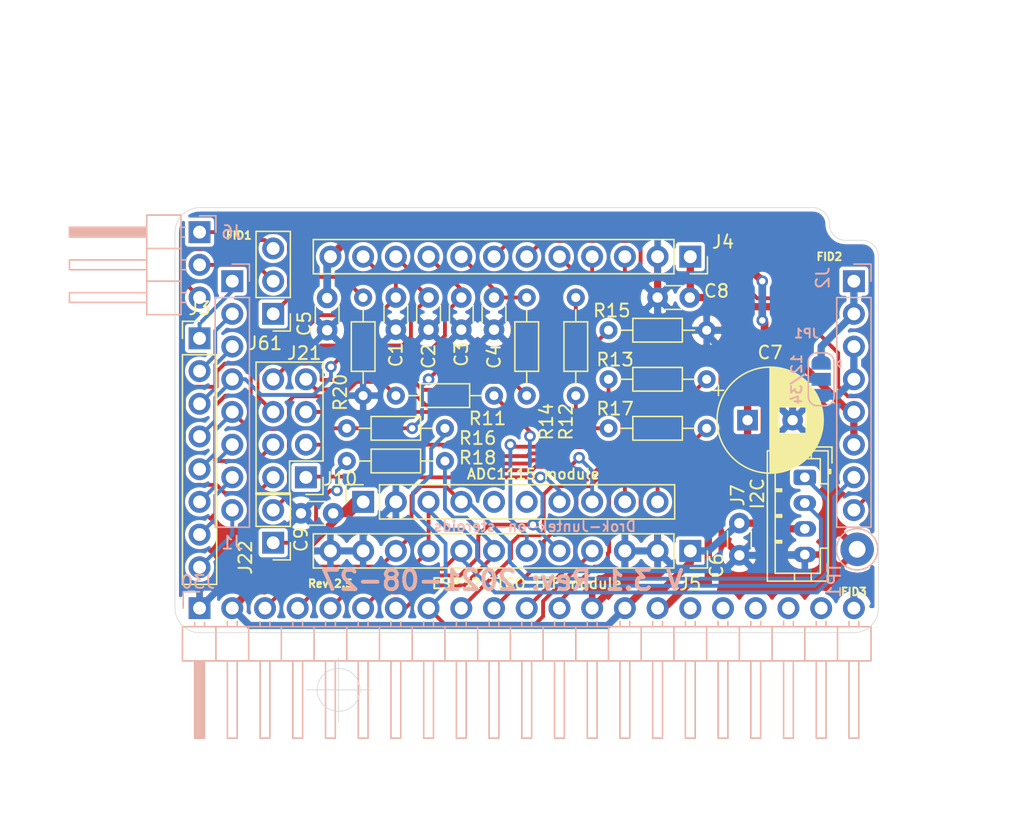
<source format=kicad_pcb>
(kicad_pcb (version 20171130) (host pcbnew "(5.1.10)-1")
  (title_block (title Drok/Juntek-on-steroids) (date 2021-08-24) (rev 2.5))
  (layers (0 F.Cu signal) (31 B.Cu signal) (34 B.Paste user hide) (35 F.Paste user hide) (36 B.SilkS user hide) (37 F.SilkS user hide) (38 B.Mask user hide) (39 F.Mask user hide) (44 Edge.Cuts user hide))
  (net 0 "")
  (net 1 VCC)
  (net 2 /GPIO27)
  (net 3 /SDA)
  (net 4 /SCL)
  (net 5 /GPIO13)
  (net 6 /ADC0)
  (net 7 /ADC1)
  (net 8 /ADC2)
  (net 9 /ADC3)
  (net 10 /GPIO32)
  (net 11 /GPIO25)
  (net 12 /GPIO26)
  (net 13 /GPIO17)
  (net 14 /A3)
  (net 15 /A2)
  (net 16 /A1)
  (net 17 /A0)
  (net 18 /J1.8)
  (net 19 /J1.3)
  (net 20 /J1.2)
  (net 21 /J1.6)
  (net 22 /+3V3)
  (net 23 /GPIO12)
  (net 24 /J1.1)
  (net 25 /J1.5)
  (net 26 /J1.4)
  (net 27 /J6.2)
  (net 28 /J1.7)
  (net 29 /J6.3)
  (net 30 /FanPWM)
  (net 31 "Net-(J21-Pad7)")
  (net 32 /J6.1)
  (net 33 "Net-(J21-Pad5)")
  (net 34 "Net-(J21-Pad8)")
  (net 35 "Net-(J22-Pad2)")
  (net 36 "Net-(J22-Pad1)")
  (net 37 GND)
  (net 38 /GPIO15)
  (net 39 /GPIO33)
  (net 40 /GNDD)
  (net 41 /GNDA)
  (module Capacitor_THT:CP_Radial_D8.0mm_P3.50mm (layer F.Cu) (at 143.51 76.2)
    (fp_text reference C7 (at 1.75 -5.25) (layer F.SilkS))
    (fp_text value 470µ)
    (pad 2 thru_hole circle (at 3.5 0) (size 1.6 1.6) (drill 0.8) (layers *.Cu *.Mask) (net 37 GND))
    (pad 1 thru_hole rect (at 0 0) (size 1.6 1.6) (drill 0.8) (layers *.Cu *.Mask) (net 1 VCC))
  )
  (module Connector_PinHeader_2.54mm:PinHeader_1x08_P2.54mm_Vertical (layer F.Cu) (at 100.965 69.85)
    (fp_text reference J3 (at 0 -2.33) (layer F.SilkS))
    (fp_text value "Patch / Test points")
    (pad 8 thru_hole oval (at 0 17.78) (size 1.7 1.7) (drill 1) (layers *.Cu *.Mask) (net 18 /J1.8))
    (pad 7 thru_hole oval (at 0 15.24) (size 1.7 1.7) (drill 1) (layers *.Cu *.Mask) (net 28 /J1.7))
    (pad 6 thru_hole oval (at 0 12.7) (size 1.7 1.7) (drill 1) (layers *.Cu *.Mask) (net 21 /J1.6))
    (pad 5 thru_hole oval (at 0 10.16) (size 1.7 1.7) (drill 1) (layers *.Cu *.Mask) (net 25 /J1.5))
    (pad 4 thru_hole oval (at 0 7.62) (size 1.7 1.7) (drill 1) (layers *.Cu *.Mask) (net 26 /J1.4))
    (pad 3 thru_hole oval (at 0 5.08) (size 1.7 1.7) (drill 1) (layers *.Cu *.Mask) (net 19 /J1.3))
    (pad 2 thru_hole oval (at 0 2.54) (size 1.7 1.7) (drill 1) (layers *.Cu *.Mask) (net 20 /J1.2))
    (pad 1 thru_hole rect (at 0 0) (size 1.7 1.7) (drill 1) (layers *.Cu *.Mask) (net 24 /J1.1))
  )
  (module Connector_Pin:Pin_D1.3mm_L11.0mm (layer B.Cu) (at 152.019 86.233)
    (fp_text reference TP1 (at -1.778 2.413 90) (layer B.SilkS) (effects (justify mirror)))
    (fp_text value TestPoint_GND)
    (pad 1 thru_hole circle (at 0 0) (size 2.6 2.6) (drill 1.3) (layers *.Cu *.Mask) (net 37 GND))
  )
  (module Capacitor_THT:C_Disc_D3.0mm_W1.6mm_P2.50mm (layer F.Cu) (at 108.839 83.439)
    (fp_text reference C9 (at 0 2.032 90) (layer F.SilkS))
    (fp_text value 0.1µ)
    (pad 2 thru_hole circle (at 2.5 0) (size 1.6 1.6) (drill 0.8) (layers *.Cu *.Mask) (net 22 /+3V3))
    (pad 1 thru_hole circle (at 0 0) (size 1.6 1.6) (drill 0.8) (layers *.Cu *.Mask) (net 37 GND))
  )
  (module Resistor_THT:R_Axial_DIN0204_L3.6mm_D1.6mm_P7.62mm_Horizontal (layer F.Cu) (at 112.395 76.835)
    (fp_text reference R16 (at 10.16 0.762) (layer F.SilkS))
    (fp_text value 1k/zero)
    (pad 2 thru_hole oval (at 7.62 0) (size 1.4 1.4) (drill 0.7) (layers *.Cu *.Mask) (net 23 /GPIO12))
    (pad 1 thru_hole circle (at 0 0) (size 1.4 1.4) (drill 0.7) (layers *.Cu *.Mask) (net 35 "Net-(J22-Pad2)"))
  )
  (module Fiducial:Fiducial_0.5mm_Mask1mm (layer F.Cu) (at 151.765 63.5)
    (fp_text reference FID2 (at -1.905 0) (layer F.SilkS) (effects (font (size 0.6 0.6))))
    (fp_text value Fiducial)
    (pad "" smd circle (at 0 0) (size 0.5 0.5) (layers F.Cu F.Mask) (clearance 0.25))
  )
  (module Connector_PinHeader_2.54mm:PinHeader_1x03_P2.54mm_Vertical (layer F.Cu) (at 106.68 67.945 180)
    (fp_text reference J61 (at 0.635 -2.286) (layer F.SilkS))
    (fp_text value patch)
    (pad 3 thru_hole oval (at 0 5.08 180) (size 1.7 1.7) (drill 1) (layers *.Cu *.Mask) (net 29 /J6.3))
    (pad 2 thru_hole oval (at 0 2.54 180) (size 1.7 1.7) (drill 1) (layers *.Cu *.Mask) (net 27 /J6.2))
    (pad 1 thru_hole rect (at 0 0 180) (size 1.7 1.7) (drill 1) (layers *.Cu *.Mask) (net 32 /J6.1))
  )
  (module Connector_PinHeader_2.54mm:PinHeader_1x02_P2.54mm_Vertical (layer F.Cu) (at 106.68 85.725 180)
    (fp_text reference J22 (at 2.159 -1.143 90) (layer F.SilkS))
    (fp_text value patch)
    (pad 2 thru_hole oval (at 0 2.54 180) (size 1.7 1.7) (drill 1) (layers *.Cu *.Mask) (net 35 "Net-(J22-Pad2)"))
    (pad 1 thru_hole rect (at 0 0 180) (size 1.7 1.7) (drill 1) (layers *.Cu *.Mask) (net 36 "Net-(J22-Pad1)"))
  )
  (module Connector_PinHeader_2.54mm:PinHeader_2x04_P2.54mm_Vertical (layer F.Cu) (at 109.22 80.645 180)
    (fp_text reference J21 (at 0.127 9.652) (layer F.SilkS))
    (fp_text value patch)
    (pad 8 thru_hole oval (at 2.54 7.62 180) (size 1.7 1.7) (drill 1) (layers *.Cu *.Mask) (net 34 "Net-(J21-Pad8)"))
    (pad 7 thru_hole oval (at 0 7.62 180) (size 1.7 1.7) (drill 1) (layers *.Cu *.Mask) (net 31 "Net-(J21-Pad7)"))
    (pad 6 thru_hole oval (at 2.54 5.08 180) (size 1.7 1.7) (drill 1) (layers *.Cu *.Mask) (net 8 /ADC2))
    (pad 5 thru_hole oval (at 0 5.08 180) (size 1.7 1.7) (drill 1) (layers *.Cu *.Mask) (net 33 "Net-(J21-Pad5)"))
    (pad 4 thru_hole oval (at 2.54 2.54 180) (size 1.7 1.7) (drill 1) (layers *.Cu *.Mask) (net 7 /ADC1))
    (pad 3 thru_hole oval (at 0 2.54 180) (size 1.7 1.7) (drill 1) (layers *.Cu *.Mask) (net 16 /A1))
    (pad 2 thru_hole oval (at 2.54 0 180) (size 1.7 1.7) (drill 1) (layers *.Cu *.Mask) (net 6 /ADC0))
    (pad 1 thru_hole rect (at 0 0 180) (size 1.7 1.7) (drill 1) (layers *.Cu *.Mask) (net 17 /A0))
  )
  (module Connector_JST:JST_PH_B4B-PH-K_1x04_P2.00mm_Vertical (layer F.Cu) (at 147.955 80.645 270)
    (fp_text reference J7 (at 1.397 5.207 90) (layer F.SilkS))
    (fp_text value I2C)
    (pad 4 thru_hole oval (at 6 0 270) (size 1.2 1.75) (drill 0.75) (layers *.Cu *.Mask) (net 37 GND))
    (pad 3 thru_hole oval (at 4 0 270) (size 1.2 1.75) (drill 0.75) (layers *.Cu *.Mask) (net 22 /+3V3))
    (pad 2 thru_hole oval (at 2 0 270) (size 1.2 1.75) (drill 0.75) (layers *.Cu *.Mask) (net 3 /SDA))
    (pad 1 thru_hole roundrect (at 0 0 270) (size 1.2 1.75) (drill 0.75) (layers *.Cu *.Mask) (roundrect_rratio 0.2083325) (net 4 /SCL))
  )
  (module Connector_PinSocket_2.54mm:PinSocket_1x10_P2.54mm_Vertical (layer F.Cu) (at 113.665 82.55 90)
    (fp_text reference J10 (at 1.778 -1.778 180) (layer F.SilkS))
    (fp_text value ADS1115)
    (pad 10 thru_hole oval (at 0 22.86 90) (size 1.7 1.7) (drill 1) (layers *.Cu *.Mask) (net 14 /A3))
    (pad 9 thru_hole oval (at 0 20.32 90) (size 1.7 1.7) (drill 1) (layers *.Cu *.Mask) (net 15 /A2))
    (pad 8 thru_hole oval (at 0 17.78 90) (size 1.7 1.7) (drill 1) (layers *.Cu *.Mask) (net 16 /A1))
    (pad 7 thru_hole oval (at 0 15.24 90) (size 1.7 1.7) (drill 1) (layers *.Cu *.Mask) (net 17 /A0))
    (pad 6 thru_hole oval (at 0 12.7 90) (size 1.7 1.7) (drill 1) (layers *.Cu *.Mask))
    (pad 5 thru_hole oval (at 0 10.16 90) (size 1.7 1.7) (drill 1) (layers *.Cu *.Mask))
    (pad 4 thru_hole oval (at 0 7.62 90) (size 1.7 1.7) (drill 1) (layers *.Cu *.Mask) (net 3 /SDA))
    (pad 3 thru_hole oval (at 0 5.08 90) (size 1.7 1.7) (drill 1) (layers *.Cu *.Mask) (net 4 /SCL))
    (pad 2 thru_hole oval (at 0 2.54 90) (size 1.7 1.7) (drill 1) (layers *.Cu *.Mask) (net 37 GND))
    (pad 1 thru_hole rect (at 0 0 90) (size 1.7 1.7) (drill 1) (layers *.Cu *.Mask) (net 22 /+3V3))
  )
  (module Resistor_THT:R_Axial_DIN0204_L3.6mm_D1.6mm_P7.62mm_Horizontal (layer F.Cu) (at 132.715 73.025)
    (fp_text reference R13 (at 0.508 -1.524) (layer F.SilkS))
    (fp_text value 1k/zero)
    (pad 2 thru_hole oval (at 7.62 0) (size 1.4 1.4) (drill 0.7) (layers *.Cu *.Mask) (net 15 /A2))
    (pad 1 thru_hole circle (at 0 0) (size 1.4 1.4) (drill 0.7) (layers *.Cu *.Mask) (net 33 "Net-(J21-Pad5)"))
  )
  (module Jumper:SolderJumper-3_P1.3mm_Open_RoundedPad1.0x1.5mm (layer B.Cu) (at 149.225 73.025 270)
    (fp_text reference JP1 (at -3.556 1.143 180) (layer B.SilkS) (effects (font (size 0.7 0.7)) (justify mirror)))
    (fp_text value GND/D)
    (pad 2 smd rect (at 0 0 270) (size 1 1.5) (layers B.Cu B.Mask) (net 37 GND))
    (pad 3 smd custom (at 1.3 0 270) (size 1 0.5) (layers B.Cu B.Mask) (net 40 /GNDD) (options (clearance outline) (anchor rect)) (primitives (gr_circle (center 0 -0.25) (end 0.5 -0.25) (width 0)) (gr_circle (center 0 0.25) (end 0.5 0.25) (width 0)) (gr_poly (pts (xy -0.55 0.75) (xy 0 0.75) (xy 0 -0.75) (xy -0.55 -0.75)) (width 0))))
    (pad 1 smd custom (at -1.3 0 270) (size 1 0.5) (layers B.Cu B.Mask) (net 41 /GNDA) (options (clearance outline) (anchor rect)) (primitives (gr_circle (center 0 -0.25) (end 0.5 -0.25) (width 0)) (gr_circle (center 0 0.25) (end 0.5 0.25) (width 0)) (gr_poly (pts (xy 0.55 0.75) (xy 0 0.75) (xy 0 -0.75) (xy 0.55 -0.75)) (width 0))))
  )
  (module Capacitor_THT:C_Disc_D3.0mm_W1.6mm_P2.50mm (layer F.Cu) (at 142.875 86.701 90)
    (fp_text reference C6 (at -0.802 -1.778 90) (layer F.SilkS))
    (fp_text value 0.1µ)
    (pad 2 thru_hole circle (at 2.5 0 90) (size 1.6 1.6) (drill 0.8) (layers *.Cu *.Mask) (net 22 /+3V3))
    (pad 1 thru_hole circle (at 0 0 90) (size 1.6 1.6) (drill 0.8) (layers *.Cu *.Mask) (net 37 GND))
  )
  (module Capacitor_THT:C_Disc_D3.0mm_W1.6mm_P2.50mm (layer F.Cu) (at 110.871 69.215 90)
    (fp_text reference C5 (at 0.508 -1.778 90) (layer F.SilkS))
    (fp_text value 0.1µ)
    (pad 2 thru_hole circle (at 2.5 0 90) (size 1.6 1.6) (drill 0.8) (layers *.Cu *.Mask) (net 22 /+3V3))
    (pad 1 thru_hole circle (at 0 0 90) (size 1.6 1.6) (drill 0.8) (layers *.Cu *.Mask) (net 37 GND))
  )
  (module Connector_PinHeader_2.54mm:PinHeader_1x21_P2.54mm_Horizontal (layer B.Cu) (at 100.965 90.805 270)
    (fp_text reference J30 (at -2.032 0.127 180) (layer B.SilkS) (effects (justify mirror)))
    (fp_text value Expansion1)
    (pad 21 thru_hole oval (at 0 -50.8 270) (size 1.7 1.7) (drill 1) (layers *.Cu *.Mask) (net 37 GND))
    (pad 20 thru_hole oval (at 0 -48.26 270) (size 1.7 1.7) (drill 1) (layers *.Cu *.Mask))
    (pad 19 thru_hole oval (at 0 -45.72 270) (size 1.7 1.7) (drill 1) (layers *.Cu *.Mask))
    (pad 18 thru_hole oval (at 0 -43.18 270) (size 1.7 1.7) (drill 1) (layers *.Cu *.Mask))
    (pad 17 thru_hole oval (at 0 -40.64 270) (size 1.7 1.7) (drill 1) (layers *.Cu *.Mask))
    (pad 16 thru_hole oval (at 0 -38.1 270) (size 1.7 1.7) (drill 1) (layers *.Cu *.Mask))
    (pad 15 thru_hole oval (at 0 -35.56 270) (size 1.7 1.7) (drill 1) (layers *.Cu *.Mask) (net 1 VCC))
    (pad 14 thru_hole oval (at 0 -33.02 270) (size 1.7 1.7) (drill 1) (layers *.Cu *.Mask) (net 22 /+3V3))
    (pad 13 thru_hole oval (at 0 -30.48 270) (size 1.7 1.7) (drill 1) (layers *.Cu *.Mask) (net 37 GND))
    (pad 12 thru_hole oval (at 0 -27.94 270) (size 1.7 1.7) (drill 1) (layers *.Cu *.Mask) (net 39 /GPIO33))
    (pad 11 thru_hole oval (at 0 -25.4 270) (size 1.7 1.7) (drill 1) (layers *.Cu *.Mask) (net 2 /GPIO27))
    (pad 10 thru_hole oval (at 0 -22.86 270) (size 1.7 1.7) (drill 1) (layers *.Cu *.Mask) (net 12 /GPIO26))
    (pad 9 thru_hole oval (at 0 -20.32 270) (size 1.7 1.7) (drill 1) (layers *.Cu *.Mask) (net 11 /GPIO25))
    (pad 8 thru_hole oval (at 0 -17.78 270) (size 1.7 1.7) (drill 1) (layers *.Cu *.Mask) (net 23 /GPIO12))
    (pad 7 thru_hole oval (at 0 -15.24 270) (size 1.7 1.7) (drill 1) (layers *.Cu *.Mask) (net 30 /FanPWM))
    (pad 6 thru_hole oval (at 0 -12.7 270) (size 1.7 1.7) (drill 1) (layers *.Cu *.Mask) (net 5 /GPIO13))
    (pad 5 thru_hole oval (at 0 -10.16 270) (size 1.7 1.7) (drill 1) (layers *.Cu *.Mask) (net 13 /GPIO17))
    (pad 4 thru_hole oval (at 0 -7.62 270) (size 1.7 1.7) (drill 1) (layers *.Cu *.Mask) (net 4 /SCL))
    (pad 3 thru_hole oval (at 0 -5.08 270) (size 1.7 1.7) (drill 1) (layers *.Cu *.Mask) (net 3 /SDA))
    (pad 2 thru_hole oval (at 0 -2.54 270) (size 1.7 1.7) (drill 1) (layers *.Cu *.Mask) (net 22 /+3V3))
    (pad 1 thru_hole rect (at 0 0 270) (size 1.7 1.7) (drill 1) (layers *.Cu *.Mask) (net 37 GND))
  )
  (module Resistor_THT:R_Axial_DIN0204_L3.6mm_D1.6mm_P7.62mm_Horizontal (layer F.Cu) (at 113.665 66.675 270)
    (fp_text reference R20 (at 7.366 1.778 90) (layer F.SilkS))
    (fp_text value 100k/none)
    (pad 2 thru_hole oval (at 7.62 0 270) (size 1.4 1.4) (drill 0.7) (layers *.Cu *.Mask) (net 37 GND))
    (pad 1 thru_hole circle (at 0 0 270) (size 1.4 1.4) (drill 0.7) (layers *.Cu *.Mask) (net 32 /J6.1))
  )
  (module Resistor_THT:R_Axial_DIN0204_L3.6mm_D1.6mm_P7.62mm_Horizontal (layer F.Cu) (at 112.395 79.375)
    (fp_text reference R18 (at 10.16 -0.254) (layer F.SilkS))
    (fp_text value 1k/zero)
    (pad 2 thru_hole oval (at 7.62 0) (size 1.4 1.4) (drill 0.7) (layers *.Cu *.Mask) (net 30 /FanPWM))
    (pad 1 thru_hole circle (at 0 0) (size 1.4 1.4) (drill 0.7) (layers *.Cu *.Mask) (net 36 "Net-(J22-Pad1)"))
  )
  (module Resistor_THT:R_Axial_DIN0204_L3.6mm_D1.6mm_P7.62mm_Horizontal (layer F.Cu) (at 132.715 76.835)
    (fp_text reference R17 (at 0.508 -1.524) (layer F.SilkS))
    (fp_text value 1k/zero)
    (pad 2 thru_hole oval (at 7.62 0) (size 1.4 1.4) (drill 0.7) (layers *.Cu *.Mask) (net 14 /A3))
    (pad 1 thru_hole circle (at 0 0) (size 1.4 1.4) (drill 0.7) (layers *.Cu *.Mask) (net 31 "Net-(J21-Pad7)"))
  )
  (module Resistor_THT:R_Axial_DIN0204_L3.6mm_D1.6mm_P7.62mm_Horizontal (layer F.Cu) (at 132.715 69.215)
    (fp_text reference R15 (at 0.254 -1.524) (layer F.SilkS))
    (fp_text value 2k2/none)
    (pad 2 thru_hole oval (at 7.62 0) (size 1.4 1.4) (drill 0.7) (layers *.Cu *.Mask) (net 37 GND))
    (pad 1 thru_hole circle (at 0 0) (size 1.4 1.4) (drill 0.7) (layers *.Cu *.Mask) (net 35 "Net-(J22-Pad2)"))
  )
  (module Resistor_THT:R_Axial_DIN0204_L3.6mm_D1.6mm_P7.62mm_Horizontal (layer F.Cu) (at 130.175 74.295 90)
    (fp_text reference R12 (at -2.032 -0.762 90) (layer F.SilkS))
    (fp_text value 68k/zero)
    (pad 2 thru_hole oval (at 7.62 0 90) (size 1.4 1.4) (drill 0.7) (layers *.Cu *.Mask) (net 26 /J1.4))
    (pad 1 thru_hole circle (at 0 0 90) (size 1.4 1.4) (drill 0.7) (layers *.Cu *.Mask) (net 38 /GPIO15))
  )
  (module Resistor_THT:R_Axial_DIN0204_L3.6mm_D1.6mm_P7.62mm_Horizontal (layer F.Cu) (at 123.825 74.295 180)
    (fp_text reference R11 (at 0.508 -1.778) (layer F.SilkS))
    (fp_text value 68k/zero)
    (pad 2 thru_hole oval (at 7.62 0 180) (size 1.4 1.4) (drill 0.7) (layers *.Cu *.Mask) (net 25 /J1.5))
    (pad 1 thru_hole circle (at 0 0 180) (size 1.4 1.4) (drill 0.7) (layers *.Cu *.Mask) (net 5 /GPIO13))
  )
  (module Capacitor_THT:C_Disc_D3.0mm_W1.6mm_P2.50mm (layer F.Cu) (at 121.285 66.675 270)
    (fp_text reference C3 (at 4.405 0 90) (layer F.SilkS))
    (fp_text value 0.1µ)
    (pad 2 thru_hole circle (at 2.5 0 270) (size 1.6 1.6) (drill 0.8) (layers *.Cu *.Mask) (net 37 GND))
    (pad 1 thru_hole circle (at 0 0 270) (size 1.6 1.6) (drill 0.8) (layers *.Cu *.Mask) (net 8 /ADC2))
  )
  (module Capacitor_THT:C_Disc_D3.0mm_W1.6mm_P2.50mm (layer F.Cu) (at 118.745 66.675 270)
    (fp_text reference C2 (at 4.572 0 90) (layer F.SilkS))
    (fp_text value 0.1µ)
    (pad 2 thru_hole circle (at 2.5 0 270) (size 1.6 1.6) (drill 0.8) (layers *.Cu *.Mask) (net 37 GND))
    (pad 1 thru_hole circle (at 0 0 270) (size 1.6 1.6) (drill 0.8) (layers *.Cu *.Mask) (net 7 /ADC1))
  )
  (module Capacitor_THT:C_Disc_D3.0mm_W1.6mm_P2.50mm (layer F.Cu) (at 116.205 66.675 270)
    (fp_text reference C1 (at 4.445 0 90) (layer F.SilkS))
    (fp_text value 0.1µ)
    (pad 2 thru_hole circle (at 2.5 0 270) (size 1.6 1.6) (drill 0.8) (layers *.Cu *.Mask) (net 37 GND))
    (pad 1 thru_hole circle (at 0 0 270) (size 1.6 1.6) (drill 0.8) (layers *.Cu *.Mask) (net 6 /ADC0))
  )
  (module Resistor_THT:R_Axial_DIN0204_L3.6mm_D1.6mm_P7.62mm_Horizontal (layer F.Cu) (at 126.365 66.675 270)
    (fp_text reference R14 (at 9.652 -1.524 90) (layer F.SilkS))
    (fp_text value 1k/zero)
    (pad 2 thru_hole oval (at 7.62 0 270) (size 1.4 1.4) (drill 0.7) (layers *.Cu *.Mask) (net 34 "Net-(J21-Pad8)"))
    (pad 1 thru_hole circle (at 0 0 270) (size 1.4 1.4) (drill 0.7) (layers *.Cu *.Mask) (net 9 /ADC3))
  )
  (module Connector_PinHeader_2.54mm:PinHeader_1x03_P2.54mm_Horizontal (layer B.Cu) (at 100.965 61.595 180)
    (fp_text reference J6 (at -2.54 0 180) (layer B.SilkS) (effects (justify mirror)))
    (fp_text value feedback)
    (pad 3 thru_hole oval (at 0 -5.08 180) (size 1.7 1.7) (drill 1) (layers *.Cu *.Mask) (net 29 /J6.3))
    (pad 2 thru_hole oval (at 0 -2.54 180) (size 1.7 1.7) (drill 1) (layers *.Cu *.Mask) (net 27 /J6.2))
    (pad 1 thru_hole rect (at 0 0 180) (size 1.7 1.7) (drill 1) (layers *.Cu *.Mask) (net 32 /J6.1))
  )
  (module Capacitor_THT:C_Disc_D3.0mm_W1.6mm_P2.50mm (layer F.Cu) (at 139.025 66.675 180)
    (fp_text reference C8 (at -2.072 0.508) (layer F.SilkS))
    (fp_text value 0.1µ)
    (pad 2 thru_hole circle (at 2.5 0 180) (size 1.6 1.6) (drill 0.8) (layers *.Cu *.Mask) (net 37 GND))
    (pad 1 thru_hole circle (at 0 0 180) (size 1.6 1.6) (drill 0.8) (layers *.Cu *.Mask) (net 1 VCC))
  )
  (module Capacitor_THT:C_Disc_D3.0mm_W1.6mm_P2.50mm (layer F.Cu) (at 123.825 66.675 270)
    (fp_text reference C4 (at 4.572 0 90) (layer F.SilkS))
    (fp_text value 0.1µ)
    (pad 2 thru_hole circle (at 2.5 0 270) (size 1.6 1.6) (drill 0.8) (layers *.Cu *.Mask) (net 37 GND))
    (pad 1 thru_hole circle (at 0 0 270) (size 1.6 1.6) (drill 0.8) (layers *.Cu *.Mask) (net 9 /ADC3))
  )
  (module Fiducial:Fiducial_0.5mm_Mask1mm (layer F.Cu) (at 151.765 88.265)
    (fp_text reference FID3 (at 0 1.27) (layer F.SilkS) (effects (font (size 0.6 0.6))))
    (fp_text value Fiducial)
    (pad "" smd circle (at 0 0) (size 0.5 0.5) (layers F.Cu F.Mask) (clearance 0.25))
  )
  (module Fiducial:Fiducial_0.5mm_Mask1mm (layer F.Cu) (at 103.505 62.865)
    (fp_text reference FID1 (at 0.508 -1.016) (layer F.SilkS) (effects (font (size 0.6 0.6))))
    (fp_text value Fiducial)
    (pad "" smd circle (at 0 0) (size 0.5 0.5) (layers F.Cu F.Mask) (clearance 0.25))
  )
  (module Connector_PinSocket_2.54mm:PinSocket_1x12_P2.54mm_Vertical (layer F.Cu) (at 139.065 86.36 270)
    (fp_text reference J5 (at 2.54 0 180) (layer F.SilkS))
    (fp_text value ESP32-TFT)
    (pad 12 thru_hole oval (at 0 27.94 270) (size 1.7 1.7) (drill 1) (layers *.Cu *.Mask) (net 37 GND))
    (pad 11 thru_hole oval (at 0 25.4 270) (size 1.7 1.7) (drill 1) (layers *.Cu *.Mask) (net 37 GND))
    (pad 10 thru_hole oval (at 0 22.86 270) (size 1.7 1.7) (drill 1) (layers *.Cu *.Mask) (net 3 /SDA))
    (pad 9 thru_hole oval (at 0 20.32 270) (size 1.7 1.7) (drill 1) (layers *.Cu *.Mask) (net 4 /SCL))
    (pad 8 thru_hole oval (at 0 17.78 270) (size 1.7 1.7) (drill 1) (layers *.Cu *.Mask) (net 13 /GPIO17))
    (pad 7 thru_hole oval (at 0 15.24 270) (size 1.7 1.7) (drill 1) (layers *.Cu *.Mask) (net 30 /FanPWM))
    (pad 6 thru_hole oval (at 0 12.7 270) (size 1.7 1.7) (drill 1) (layers *.Cu *.Mask) (net 38 /GPIO15))
    (pad 5 thru_hole oval (at 0 10.16 270) (size 1.7 1.7) (drill 1) (layers *.Cu *.Mask) (net 5 /GPIO13))
    (pad 4 thru_hole oval (at 0 7.62 270) (size 1.7 1.7) (drill 1) (layers *.Cu *.Mask) (net 23 /GPIO12))
    (pad 3 thru_hole oval (at 0 5.08 270) (size 1.7 1.7) (drill 1) (layers *.Cu *.Mask) (net 37 GND))
    (pad 2 thru_hole oval (at 0 2.54 270) (size 1.7 1.7) (drill 1) (layers *.Cu *.Mask) (net 37 GND))
    (pad 1 thru_hole rect (at 0 0 270) (size 1.7 1.7) (drill 1) (layers *.Cu *.Mask) (net 22 /+3V3))
  )
  (module Connector_PinSocket_2.54mm:PinSocket_1x12_P2.54mm_Vertical (layer F.Cu) (at 139.065 63.5 270)
    (fp_text reference J4 (at -1.143 -2.54 180) (layer F.SilkS))
    (fp_text value ESP32-TFT)
    (pad 12 thru_hole oval (at 0 27.94 270) (size 1.7 1.7) (drill 1) (layers *.Cu *.Mask) (net 22 /+3V3))
    (pad 11 thru_hole oval (at 0 25.4 270) (size 1.7 1.7) (drill 1) (layers *.Cu *.Mask) (net 6 /ADC0))
    (pad 10 thru_hole oval (at 0 22.86 270) (size 1.7 1.7) (drill 1) (layers *.Cu *.Mask) (net 7 /ADC1))
    (pad 9 thru_hole oval (at 0 20.32 270) (size 1.7 1.7) (drill 1) (layers *.Cu *.Mask) (net 8 /ADC2))
    (pad 8 thru_hole oval (at 0 17.78 270) (size 1.7 1.7) (drill 1) (layers *.Cu *.Mask) (net 9 /ADC3))
    (pad 7 thru_hole oval (at 0 15.24 270) (size 1.7 1.7) (drill 1) (layers *.Cu *.Mask) (net 10 /GPIO32))
    (pad 6 thru_hole oval (at 0 12.7 270) (size 1.7 1.7) (drill 1) (layers *.Cu *.Mask) (net 39 /GPIO33))
    (pad 5 thru_hole oval (at 0 10.16 270) (size 1.7 1.7) (drill 1) (layers *.Cu *.Mask) (net 11 /GPIO25))
    (pad 4 thru_hole oval (at 0 7.62 270) (size 1.7 1.7) (drill 1) (layers *.Cu *.Mask) (net 12 /GPIO26))
    (pad 3 thru_hole oval (at 0 5.08 270) (size 1.7 1.7) (drill 1) (layers *.Cu *.Mask) (net 2 /GPIO27))
    (pad 2 thru_hole oval (at 0 2.54 270) (size 1.7 1.7) (drill 1) (layers *.Cu *.Mask) (net 37 GND))
    (pad 1 thru_hole rect (at 0 0 270) (size 1.7 1.7) (drill 1) (layers *.Cu *.Mask) (net 1 VCC))
  )
  (module Connector_PinHeader_2.54mm:PinHeader_1x08_P2.54mm_Vertical (layer B.Cu) (at 151.765 65.405 180)
    (fp_text reference J2 (at 2.413 0.254 90) (layer B.SilkS) (effects (justify mirror)))
    (fp_text value "To PSU host board")
    (pad 8 thru_hole oval (at 0 -17.78 180) (size 1.7 1.7) (drill 1) (layers *.Cu *.Mask) (net 10 /GPIO32))
    (pad 7 thru_hole oval (at 0 -15.24 180) (size 1.7 1.7) (drill 1) (layers *.Cu *.Mask) (net 13 /GPIO17))
    (pad 6 thru_hole oval (at 0 -12.7 180) (size 1.7 1.7) (drill 1) (layers *.Cu *.Mask) (net 1 VCC))
    (pad 5 thru_hole oval (at 0 -10.16 180) (size 1.7 1.7) (drill 1) (layers *.Cu *.Mask) (net 1 VCC))
    (pad 4 thru_hole oval (at 0 -7.62 180) (size 1.7 1.7) (drill 1) (layers *.Cu *.Mask) (net 40 /GNDD))
    (pad 3 thru_hole oval (at 0 -5.08 180) (size 1.7 1.7) (drill 1) (layers *.Cu *.Mask) (net 40 /GNDD))
    (pad 2 thru_hole oval (at 0 -2.54 180) (size 1.7 1.7) (drill 1) (layers *.Cu *.Mask) (net 41 /GNDA))
    (pad 1 thru_hole rect (at 0 0 180) (size 1.7 1.7) (drill 1) (layers *.Cu *.Mask) (net 41 /GNDA))
  )
  (module Connector_PinHeader_2.54mm:PinHeader_1x08_P2.54mm_Vertical (layer B.Cu) (at 103.505 65.405 180)
    (fp_text reference J1 (at 0 -20.32) (layer B.SilkS) (effects (justify mirror)))
    (fp_text value "To PSU host board")
    (pad 8 thru_hole oval (at 0 -17.78 180) (size 1.7 1.7) (drill 1) (layers *.Cu *.Mask) (net 18 /J1.8))
    (pad 7 thru_hole oval (at 0 -15.24 180) (size 1.7 1.7) (drill 1) (layers *.Cu *.Mask) (net 28 /J1.7))
    (pad 6 thru_hole oval (at 0 -12.7 180) (size 1.7 1.7) (drill 1) (layers *.Cu *.Mask) (net 21 /J1.6))
    (pad 5 thru_hole oval (at 0 -10.16 180) (size 1.7 1.7) (drill 1) (layers *.Cu *.Mask) (net 25 /J1.5))
    (pad 4 thru_hole oval (at 0 -7.62 180) (size 1.7 1.7) (drill 1) (layers *.Cu *.Mask) (net 26 /J1.4))
    (pad 3 thru_hole oval (at 0 -5.08 180) (size 1.7 1.7) (drill 1) (layers *.Cu *.Mask) (net 19 /J1.3))
    (pad 2 thru_hole oval (at 0 -2.54 180) (size 1.7 1.7) (drill 1) (layers *.Cu *.Mask) (net 20 /J1.2))
    (pad 1 thru_hole rect (at 0 0 180) (size 1.7 1.7) (drill 1) (layers *.Cu *.Mask) (net 24 /J1.1))
  )
  (gr_text "V 3.1 Rev: 2021-08-27" (at 124.46 88.646) (layer B.SilkS) (effects (font (size 1.5 1.5) (thickness 0.3)) (justify mirror)))
  (target plus (at 111.76 97.155) (size 5) (width 0.05) (layer Edge.Cuts))
  (gr_text I2C (at 144.272 81.915 90) (layer F.SilkS) (effects (font (size 1 1))))
  (gr_text 12/34 (at 147.32 73.025 90) (layer B.SilkS) (effects (font (size 0.8 0.8)) (justify mirror)))
  (gr_line (start 151.13 62.23) (end 152.4 62.23) (layer Edge.Cuts) (width 0.05))
  (gr_text "ADC1115 module" (at 126.873 80.391) (layer F.SilkS) (effects (font (size 0.8 0.8))))
  (gr_arc (start 151.13 60.96) (end 149.86 60.96) (angle -90) (layer Edge.Cuts) (width 0.05))
  (gr_arc (start 152.4 63.5) (end 153.67 63.5) (angle -90) (layer Edge.Cuts) (width 0.05))
  (gr_arc (start 148.59 60.96) (end 149.86 60.96) (angle -90) (layer Edge.Cuts) (width 0.05))
  (gr_text "ESP32 TTGO TFT module" (at 126.365 88.9) (layer F.SilkS) (effects (font (size 0.8 0.8))))
  (gr_text Drok-Juntek-on-steroids (at 127 84.455) (layer B.SilkS) (effects (font (size 0.8 0.8)) (justify mirror)))
  (gr_text "Rev 2.5" (at 111.125 88.9) (layer F.SilkS) (effects (font (size 0.6 0.6))))
  (gr_arc (start 100.965 61.595) (end 100.965 59.69) (angle -90) (layer Edge.Cuts) (width 0.05))
  (gr_arc (start 100.965 90.805) (end 99.06 90.805) (angle -90) (layer Edge.Cuts) (width 0.05))
  (gr_arc (start 151.765 90.805) (end 151.765 92.71) (angle -90) (layer Edge.Cuts) (width 0.05))
  (gr_line (start 153.67 90.805) (end 153.67 63.5) (layer Edge.Cuts) (width 0.05))
  (gr_line (start 100.965 92.71) (end 151.765 92.71) (layer Edge.Cuts) (width 0.05))
  (gr_line (start 99.06 61.595) (end 99.06 90.805) (layer Edge.Cuts) (width 0.05))
  (gr_line (start 148.59 59.69) (end 100.965 59.69) (layer Edge.Cuts) (width 0.05))
  (segment (start 151.765 75.565) (end 151.765 78.105) (width 0.57) (layer F.Cu) (net 1))
  (segment (start 139.065 66.635) (end 139.025 66.675) (width 0.57) (layer F.Cu) (net 1))
  (segment (start 139.065 63.5) (end 139.065 66.635) (width 0.57) (layer F.Cu) (net 1))
  (segment (start 139.025 66.675) (end 141.605 66.675) (width 0.57) (layer F.Cu) (net 1))
  (segment (start 141.605 66.675) (end 142.875 67.945) (width 0.57) (layer F.Cu) (net 1))
  (segment (start 151.400402 75.565) (end 145.862006 70.026604) (width 0.57) (layer F.Cu) (net 1))
  (segment (start 145.862006 70.026604) (end 145.862006 67.932103) (width 0.57) (layer F.Cu) (net 1))
  (segment (start 151.765 75.565) (end 151.400402 75.565) (width 0.57) (layer F.Cu) (net 1))
  (segment (start 145.317915 67.388012) (end 143.431988 67.388012) (width 0.57) (layer F.Cu) (net 1))
  (segment (start 143.431988 67.388012) (end 142.875 67.945) (width 0.57) (layer F.Cu) (net 1))
  (segment (start 145.862006 67.932103) (end 145.317915 67.388012) (width 0.57) (layer F.Cu) (net 1))
  (segment (start 143.51 68.58) (end 143.51 76.2) (width 0.57) (layer F.Cu) (net 1))
  (segment (start 142.875 67.945) (end 143.51 68.58) (width 0.57) (layer F.Cu) (net 1))
  (segment (start 140.462 83.058) (end 143.51 80.01) (width 0.57) (layer F.Cu) (net 1))
  (segment (start 140.462 88.9) (end 140.462 83.058) (width 0.57) (layer F.Cu) (net 1))
  (segment (start 138.938 88.9) (end 140.462 88.9) (width 0.57) (layer F.Cu) (net 1))
  (segment (start 143.51 80.01) (end 143.51 76.2) (width 0.57) (layer F.Cu) (net 1))
  (segment (start 137.033 90.805) (end 138.938 88.9) (width 0.57) (layer F.Cu) (net 1))
  (segment (start 136.525 90.805) (end 137.033 90.805) (width 0.57) (layer F.Cu) (net 1))
  (segment (start 130.125001 87.044999) (end 130.125001 84.455) (width 0.3) (layer F.Cu) (net 2))
  (segment (start 133.985 67.183) (end 133.985 63.5) (width 0.3) (layer F.Cu) (net 2))
  (segment (start 131.572 84.455) (end 132.764999 83.262001) (width 0.3) (layer F.Cu) (net 2))
  (segment (start 132.764999 80.574821) (end 135.77501 77.56481) (width 0.3) (layer F.Cu) (net 2))
  (segment (start 126.365 90.805) (end 130.125001 87.044999) (width 0.3) (layer F.Cu) (net 2))
  (segment (start 135.77501 77.56481) (end 135.77501 68.97301) (width 0.3) (layer F.Cu) (net 2))
  (segment (start 130.125001 84.455) (end 131.572 84.455) (width 0.3) (layer F.Cu) (net 2))
  (segment (start 135.77501 68.97301) (end 133.985 67.183) (width 0.3) (layer F.Cu) (net 2))
  (segment (start 132.764999 83.262001) (end 132.764999 80.574821) (width 0.3) (layer F.Cu) (net 2))
  (segment (start 114.984999 87.580001) (end 116.205 86.36) (width 0.3) (layer F.Cu) (net 3))
  (segment (start 109.269999 87.580001) (end 114.984999 87.580001) (width 0.3) (layer F.Cu) (net 3))
  (segment (start 106.045 90.805) (end 109.269999 87.580001) (width 0.3) (layer F.Cu) (net 3))
  (segment (start 120.064999 81.329999) (end 121.285 82.55) (width 0.3) (layer F.Cu) (net 3))
  (segment (start 118.159399 81.329999) (end 120.064999 81.329999) (width 0.3) (layer F.Cu) (net 3))
  (segment (start 117.425001 82.064397) (end 118.159399 81.329999) (width 0.3) (layer F.Cu) (net 3))
  (segment (start 117.425001 85.139999) (end 117.425001 82.064397) (width 0.3) (layer F.Cu) (net 3))
  (segment (start 116.205 86.36) (end 117.425001 85.139999) (width 0.3) (layer F.Cu) (net 3))
  (segment (start 121.285 82.55) (end 121.820602 82.55) (width 0.3) (layer B.Cu) (net 3))
  (segment (start 148.516188 88.519) (end 149.20001 87.835178) (width 0.3) (layer B.Cu) (net 3))
  (segment (start 126.338406 88.519) (end 148.516188 88.519) (width 0.3) (layer B.Cu) (net 3))
  (segment (start 149.20001 87.835178) (end 149.20001 83.89001) (width 0.3) (layer B.Cu) (net 3))
  (segment (start 125.045001 87.225595) (end 126.338406 88.519) (width 0.3) (layer B.Cu) (net 3))
  (segment (start 125.045001 85.774399) (end 125.045001 87.225595) (width 0.3) (layer B.Cu) (net 3))
  (segment (start 121.820602 82.55) (end 125.045001 85.774399) (width 0.3) (layer B.Cu) (net 3))
  (segment (start 149.20001 83.89001) (end 147.955 82.645) (width 0.3) (layer B.Cu) (net 3))
  (segment (start 115.470209 88.544979) (end 116.028209 87.986979) (width 0.3) (layer F.Cu) (net 4))
  (segment (start 117.118021 87.986979) (end 118.745 86.36) (width 0.3) (layer F.Cu) (net 4))
  (segment (start 108.585 90.805) (end 110.845021 88.544979) (width 0.3) (layer F.Cu) (net 4))
  (segment (start 116.028209 87.986979) (end 117.118021 87.986979) (width 0.3) (layer F.Cu) (net 4))
  (segment (start 110.845021 88.544979) (end 115.470209 88.544979) (width 0.3) (layer F.Cu) (net 4))
  (segment (start 118.745 86.36) (end 118.745 82.55) (width 0.3) (layer F.Cu) (net 4))
  (segment (start 149.720989 88.049605) (end 149.720989 82.410989) (width 0.3) (layer B.Cu) (net 4))
  (segment (start 149.720989 82.410989) (end 147.955 80.645) (width 0.3) (layer B.Cu) (net 4))
  (segment (start 118.745 82.55) (end 118.745 83.185) (width 0.3) (layer B.Cu) (net 4))
  (segment (start 120.269 84.709) (end 121.439602 84.709) (width 0.3) (layer B.Cu) (net 4))
  (segment (start 121.439602 84.709) (end 122.505001 85.774399) (width 0.3) (layer B.Cu) (net 4))
  (segment (start 122.505001 85.774399) (end 122.505001 86.945001) (width 0.3) (layer B.Cu) (net 4))
  (segment (start 118.745 83.185) (end 120.269 84.709) (width 0.3) (layer B.Cu) (net 4))
  (segment (start 124.624988 89.064988) (end 148.705606 89.064988) (width 0.3) (layer B.Cu) (net 4))
  (segment (start 148.705606 89.064988) (end 149.720989 88.049605) (width 0.3) (layer B.Cu) (net 4))
  (segment (start 122.505001 86.945001) (end 124.624988 89.064988) (width 0.3) (layer B.Cu) (net 4))
  (segment (start 128.905 86.36) (end 128.905 86.487) (width 0.3) (layer F.Cu) (net 5))
  (segment (start 122.604999 86.845603) (end 122.604999 85.167001) (width 0.3) (layer F.Cu) (net 5))
  (segment (start 118.743992 88.265) (end 121.185602 88.265) (width 0.3) (layer F.Cu) (net 5))
  (segment (start 123.452021 84.319979) (end 126.851481 84.319979) (width 0.3) (layer F.Cu) (net 5))
  (segment (start 128.905 86.36) (end 126.864979 84.319979) (width 0.3) (layer B.Cu) (net 5))
  (segment (start 114.885001 89.584999) (end 117.423993 89.584999) (width 0.3) (layer F.Cu) (net 5))
  (segment (start 117.423993 89.584999) (end 118.743992 88.265) (width 0.3) (layer F.Cu) (net 5))
  (segment (start 113.665 90.805) (end 114.885001 89.584999) (width 0.3) (layer F.Cu) (net 5))
  (segment (start 126.864979 84.319979) (end 126.851481 84.319979) (width 0.3) (layer B.Cu) (net 5))
  (via (at 126.851481 84.319979) (size 0.9) (drill 0.5) (layers F.Cu B.Cu) (net 5))
  (segment (start 121.185602 88.265) (end 122.604999 86.845603) (width 0.3) (layer F.Cu) (net 5))
  (segment (start 122.604999 85.167001) (end 123.452021 84.319979) (width 0.3) (layer F.Cu) (net 5))
  (via (at 126.619 77.444955) (size 0.9) (drill 0.5) (layers F.Cu B.Cu) (net 5))
  (segment (start 123.825 74.295) (end 126.619 77.089) (width 0.3) (layer F.Cu) (net 5))
  (segment (start 126.851481 84.319979) (end 127.585001 83.586459) (width 0.3) (layer B.Cu) (net 5))
  (segment (start 127.585001 82.018318) (end 126.605283 81.0386) (width 0.3) (layer B.Cu) (net 5))
  (segment (start 126.619 77.089) (end 126.619 77.444955) (width 0.3) (layer F.Cu) (net 5))
  (segment (start 126.605283 81.0386) (end 126.605283 77.458672) (width 0.3) (layer B.Cu) (net 5))
  (segment (start 126.605283 77.458672) (end 126.619 77.444955) (width 0.3) (layer B.Cu) (net 5))
  (segment (start 127.585001 83.586459) (end 127.585001 82.018318) (width 0.3) (layer B.Cu) (net 5))
  (segment (start 116.205 66.675) (end 116.205 64.77) (width 0.3) (layer F.Cu) (net 6))
  (segment (start 114.935 64.77) (end 113.665 63.5) (width 0.3) (layer F.Cu) (net 6))
  (segment (start 114.935 64.77) (end 116.205 64.77) (width 0.3) (layer F.Cu) (net 6))
  (segment (start 116.205 66.675) (end 114.835001 68.044999) (width 0.3) (layer F.Cu) (net 6))
  (segment (start 114.835001 68.044999) (end 110.263001 68.044999) (width 0.3) (layer F.Cu) (net 6))
  (segment (start 110.263001 68.044999) (end 108.077 70.231) (width 0.3) (layer F.Cu) (net 6))
  (segment (start 105.459999 81.865001) (end 106.68 80.645) (width 0.3) (layer F.Cu) (net 6))
  (segment (start 100.379999 81.230601) (end 102.284999 81.230601) (width 0.3) (layer F.Cu) (net 6))
  (segment (start 102.919399 81.865001) (end 105.459999 81.865001) (width 0.3) (layer F.Cu) (net 6))
  (segment (start 99.744999 80.595601) (end 100.379999 81.230601) (width 0.3) (layer F.Cu) (net 6))
  (segment (start 99.744999 74.344399) (end 99.744999 80.595601) (width 0.3) (layer F.Cu) (net 6))
  (segment (start 100.478797 73.610601) (end 99.744999 74.344399) (width 0.3) (layer F.Cu) (net 6))
  (segment (start 102.284999 72.439399) (end 102.284999 73.610601) (width 0.3) (layer F.Cu) (net 6))
  (segment (start 102.919399 71.804999) (end 102.284999 72.439399) (width 0.3) (layer F.Cu) (net 6))
  (segment (start 102.284999 81.230601) (end 102.919399 81.865001) (width 0.3) (layer F.Cu) (net 6))
  (segment (start 102.284999 73.610601) (end 100.478797 73.610601) (width 0.3) (layer F.Cu) (net 6))
  (segment (start 104.090601 71.804999) (end 102.919399 71.804999) (width 0.3) (layer F.Cu) (net 6))
  (segment (start 105.6646 70.231) (end 104.090601 71.804999) (width 0.3) (layer F.Cu) (net 6))
  (segment (start 108.077 70.231) (end 105.6646 70.231) (width 0.3) (layer F.Cu) (net 6))
  (segment (start 117.475 64.77) (end 116.205 63.5) (width 0.3) (layer F.Cu) (net 7))
  (segment (start 117.475 65.405) (end 118.745 66.675) (width 0.3) (layer F.Cu) (net 7))
  (segment (start 117.475 64.77) (end 117.475 65.405) (width 0.3) (layer F.Cu) (net 7))
  (segment (start 102.969398 74.295) (end 102.185001 75.079397) (width 0.3) (layer F.Cu) (net 7))
  (segment (start 102.185001 75.079397) (end 102.185001 79.325001) (width 0.3) (layer F.Cu) (net 7))
  (segment (start 102.235 79.375) (end 105.41 79.375) (width 0.3) (layer F.Cu) (net 7))
  (segment (start 105.41 79.375) (end 106.68 78.105) (width 0.3) (layer F.Cu) (net 7))
  (segment (start 118.745 66.675) (end 117.375001 68.044999) (width 0.3) (layer F.Cu) (net 7))
  (segment (start 104.939988 74.130012) (end 104.775 74.295) (width 0.3) (layer F.Cu) (net 7))
  (segment (start 106.399015 70.764977) (end 104.939989 72.224003) (width 0.3) (layer F.Cu) (net 7))
  (segment (start 117.375001 68.044999) (end 117.375001 69.736601) (width 0.3) (layer F.Cu) (net 7))
  (segment (start 104.775 74.295) (end 102.969398 74.295) (width 0.3) (layer F.Cu) (net 7))
  (segment (start 117.375001 69.736601) (end 116.708511 70.403091) (width 0.3) (layer F.Cu) (net 7))
  (segment (start 110.398511 70.403091) (end 110.036625 70.764977) (width 0.3) (layer F.Cu) (net 7))
  (segment (start 102.185001 79.325001) (end 102.235 79.375) (width 0.3) (layer F.Cu) (net 7))
  (segment (start 104.939989 72.224003) (end 104.939988 74.130012) (width 0.3) (layer F.Cu) (net 7))
  (segment (start 116.708511 70.403091) (end 110.398511 70.403091) (width 0.3) (layer F.Cu) (net 7))
  (segment (start 110.036625 70.764977) (end 106.399015 70.764977) (width 0.3) (layer F.Cu) (net 7))
  (segment (start 121.285 66.04) (end 121.285 66.675) (width 0.3) (layer F.Cu) (net 8))
  (segment (start 118.745 63.5) (end 121.285 66.04) (width 0.3) (layer F.Cu) (net 8))
  (segment (start 118.7285 70.923102) (end 120.015 69.636602) (width 0.3) (layer F.Cu) (net 8))
  (segment (start 106.68 75.565) (end 105.46 74.345) (width 0.3) (layer F.Cu) (net 8))
  (segment (start 110.723796 71.284988) (end 111.085682 70.923102) (width 0.3) (layer F.Cu) (net 8))
  (segment (start 120.015 67.945) (end 121.285 66.675) (width 0.3) (layer F.Cu) (net 8))
  (segment (start 105.46 74.345) (end 105.46 72.50497) (width 0.3) (layer F.Cu) (net 8))
  (segment (start 111.085682 70.923102) (end 118.7285 70.923102) (width 0.3) (layer F.Cu) (net 8))
  (segment (start 120.015 69.636602) (end 120.015 67.945) (width 0.3) (layer F.Cu) (net 8))
  (segment (start 105.46 72.50497) (end 106.679982 71.284988) (width 0.3) (layer F.Cu) (net 8))
  (segment (start 106.679982 71.284988) (end 110.723796 71.284988) (width 0.3) (layer F.Cu) (net 8))
  (segment (start 126.365 66.675) (end 123.825 66.675) (width 0.3) (layer F.Cu) (net 9))
  (segment (start 123.825 66.04) (end 123.825 66.675) (width 0.3) (layer F.Cu) (net 9))
  (segment (start 121.285 63.5) (end 123.825 66.04) (width 0.3) (layer F.Cu) (net 9))
  (segment (start 153.035 81.915) (end 151.765 83.185) (width 0.3) (layer F.Cu) (net 10))
  (segment (start 152.322999 74.344999) (end 153.035 75.057) (width 0.3) (layer F.Cu) (net 10))
  (segment (start 150.544999 70.986601) (end 150.544999 73.582999) (width 0.3) (layer F.Cu) (net 10))
  (segment (start 153.035 75.057) (end 153.035 81.915) (width 0.3) (layer F.Cu) (net 10))
  (segment (start 142.113 64.586602) (end 144.259399 66.733001) (width 0.3) (layer F.Cu) (net 10))
  (segment (start 142.113 64.078602) (end 142.113 64.586602) (width 0.3) (layer F.Cu) (net 10))
  (segment (start 150.544999 73.582999) (end 151.306999 74.344999) (width 0.3) (layer F.Cu) (net 10))
  (segment (start 123.825 63.5) (end 125.567989 61.757011) (width 0.3) (layer F.Cu) (net 10))
  (segment (start 144.259399 66.733001) (end 146.291399 66.733001) (width 0.3) (layer F.Cu) (net 10))
  (segment (start 139.791409 61.757011) (end 142.113 64.078602) (width 0.3) (layer F.Cu) (net 10))
  (segment (start 146.291399 66.733001) (end 150.544999 70.986601) (width 0.3) (layer F.Cu) (net 10))
  (segment (start 151.306999 74.344999) (end 152.322999 74.344999) (width 0.3) (layer F.Cu) (net 10))
  (segment (start 125.567989 61.757011) (end 139.791409 61.757011) (width 0.3) (layer F.Cu) (net 10))
  (segment (start 130.644004 80.809988) (end 131.05902 80.809988) (width 0.3) (layer F.Cu) (net 11))
  (segment (start 130.123993 81.329999) (end 130.644004 80.809988) (width 0.3) (layer F.Cu) (net 11))
  (segment (start 121.285 90.805) (end 125.144999 86.945001) (width 0.3) (layer F.Cu) (net 11))
  (segment (start 134.305012 68.973824) (end 132.944978 67.61379) (width 0.3) (layer F.Cu) (net 11))
  (segment (start 127.684999 81.964399) (end 128.319399 81.329999) (width 0.3) (layer F.Cu) (net 11))
  (segment (start 132.944978 67.61379) (end 132.944978 67.539978) (width 0.3) (layer F.Cu) (net 11))
  (segment (start 132.944978 67.539978) (end 128.905 63.5) (width 0.3) (layer F.Cu) (net 11))
  (segment (start 125.144999 85.774399) (end 125.779399 85.139999) (width 0.3) (layer F.Cu) (net 11))
  (segment (start 128.319399 81.329999) (end 130.123993 81.329999) (width 0.3) (layer F.Cu) (net 11))
  (segment (start 125.779399 85.139999) (end 127.401606 85.139999) (width 0.3) (layer F.Cu) (net 11))
  (segment (start 134.305012 77.563996) (end 134.305012 68.973824) (width 0.3) (layer F.Cu) (net 11))
  (segment (start 127.684999 84.856606) (end 127.684999 81.964399) (width 0.3) (layer F.Cu) (net 11))
  (segment (start 127.401606 85.139999) (end 127.684999 84.856606) (width 0.3) (layer F.Cu) (net 11))
  (segment (start 131.05902 80.809988) (end 134.305012 77.563996) (width 0.3) (layer F.Cu) (net 11))
  (segment (start 125.144999 86.945001) (end 125.144999 85.774399) (width 0.3) (layer F.Cu) (net 11))
  (segment (start 127.684999 85.621811) (end 130.224999 83.081811) (width 0.3) (layer F.Cu) (net 12))
  (segment (start 133.464989 67.398395) (end 133.464989 67.144395) (width 0.3) (layer F.Cu) (net 12))
  (segment (start 133.464989 67.144395) (end 131.445 65.124406) (width 0.3) (layer F.Cu) (net 12))
  (segment (start 134.825023 77.779391) (end 134.825022 68.758428) (width 0.3) (layer F.Cu) (net 12))
  (segment (start 127.684999 86.945601) (end 127.684999 85.621811) (width 0.3) (layer F.Cu) (net 12))
  (segment (start 131.445 65.124406) (end 131.445 63.5) (width 0.3) (layer F.Cu) (net 12))
  (segment (start 130.859399 81.329999) (end 131.274415 81.329999) (width 0.3) (layer F.Cu) (net 12))
  (segment (start 130.224999 83.081811) (end 130.224999 81.964399) (width 0.3) (layer F.Cu) (net 12))
  (segment (start 130.224999 81.964399) (end 130.859399 81.329999) (width 0.3) (layer F.Cu) (net 12))
  (segment (start 131.274415 81.329999) (end 134.825023 77.779391) (width 0.3) (layer F.Cu) (net 12))
  (segment (start 123.825 90.805) (end 123.8256 90.805) (width 0.3) (layer F.Cu) (net 12))
  (segment (start 134.825022 68.758428) (end 133.464989 67.398395) (width 0.3) (layer F.Cu) (net 12))
  (segment (start 123.8256 90.805) (end 127.684999 86.945601) (width 0.3) (layer F.Cu) (net 12))
  (segment (start 117.208598 89.064988) (end 118.528597 87.744989) (width 0.3) (layer F.Cu) (net 13))
  (segment (start 112.865011 89.064989) (end 117.208598 89.064988) (width 0.3) (layer F.Cu) (net 13))
  (segment (start 111.125 90.805) (end 112.865011 89.064989) (width 0.3) (layer F.Cu) (net 13))
  (segment (start 119.900011 87.744989) (end 121.285 86.36) (width 0.3) (layer F.Cu) (net 13))
  (segment (start 118.528597 87.744989) (end 119.900011 87.744989) (width 0.3) (layer F.Cu) (net 13))
  (segment (start 121.285 86.968406) (end 121.285 86.36) (width 0.3) (layer B.Cu) (net 13))
  (segment (start 123.901593 89.584999) (end 121.285 86.968406) (width 0.3) (layer B.Cu) (net 13))
  (segment (start 148.921001 89.584999) (end 123.901593 89.584999) (width 0.3) (layer B.Cu) (net 13))
  (segment (start 151.765 80.645) (end 150.241 82.169) (width 0.3) (layer B.Cu) (net 13))
  (segment (start 150.241 82.169) (end 150.241 88.265) (width 0.3) (layer B.Cu) (net 13))
  (segment (start 150.241 88.265) (end 148.921001 89.584999) (width 0.3) (layer B.Cu) (net 13))
  (segment (start 136.525 80.645) (end 140.335 76.835) (width 0.3) (layer F.Cu) (net 14))
  (segment (start 136.525 82.55) (end 136.525 80.645) (width 0.3) (layer F.Cu) (net 14))
  (segment (start 137.795 76.280226) (end 137.795 75.565) (width 0.3) (layer F.Cu) (net 15))
  (segment (start 133.985 80.090226) (end 137.795 76.280226) (width 0.3) (layer F.Cu) (net 15))
  (segment (start 133.985 82.55) (end 133.985 80.090226) (width 0.3) (layer F.Cu) (net 15))
  (segment (start 137.795 75.565) (end 140.335 73.025) (width 0.3) (layer F.Cu) (net 15))
  (segment (start 131.445 82.55) (end 131.445 80.137) (width 0.3) (layer B.Cu) (net 16))
  (segment (start 129.725013 79.824987) (end 130.429 79.121) (width 0.3) (layer F.Cu) (net 16))
  (segment (start 109.22 78.105) (end 120.378572 78.105) (width 0.3) (layer F.Cu) (net 16))
  (segment (start 126.764659 80.09202) (end 127.031692 79.824987) (width 0.3) (layer F.Cu) (net 16))
  (segment (start 127.031692 79.824987) (end 129.725013 79.824987) (width 0.3) (layer F.Cu) (net 16))
  (segment (start 120.378572 78.105) (end 122.365592 80.09202) (width 0.3) (layer F.Cu) (net 16))
  (segment (start 122.365592 80.09202) (end 126.764659 80.09202) (width 0.3) (layer F.Cu) (net 16))
  (segment (start 131.445 80.137) (end 130.429 79.121) (width 0.3) (layer B.Cu) (net 16))
  (via (at 130.429 79.121) (size 0.9) (drill 0.5) (layers F.Cu B.Cu) (net 16))
  (segment (start 128.905 81.690176) (end 127.859821 80.644997) (width 0.3) (layer B.Cu) (net 17))
  (segment (start 128.905 82.55) (end 128.905 81.690176) (width 0.3) (layer B.Cu) (net 17))
  (segment (start 127.859821 80.644997) (end 127.425284 80.644997) (width 0.3) (layer B.Cu) (net 17))
  (via (at 127.425284 80.644997) (size 0.9) (drill 0.5) (layers F.Cu B.Cu) (net 17))
  (segment (start 109.278001 80.586999) (end 112.280601 80.586999) (width 0.3) (layer F.Cu) (net 17))
  (segment (start 112.280601 80.586999) (end 112.338602 80.645) (width 0.3) (layer F.Cu) (net 17))
  (segment (start 127.425281 80.645) (end 127.425284 80.644997) (width 0.3) (layer F.Cu) (net 17))
  (segment (start 112.338602 80.645) (end 127.425281 80.645) (width 0.3) (layer F.Cu) (net 17))
  (segment (start 109.22 80.645) (end 109.278001 80.586999) (width 0.3) (layer F.Cu) (net 17))
  (segment (start 103.505 83.947) (end 103.505 83.185) (width 0.3) (layer B.Cu) (net 18))
  (segment (start 103.505 85.09) (end 103.505 83.185) (width 0.3) (layer B.Cu) (net 18))
  (segment (start 100.965 87.63) (end 103.505 85.09) (width 0.3) (layer B.Cu) (net 18))
  (segment (start 103.505 70.585404) (end 103.505 70.485) (width 0.3) (layer B.Cu) (net 19))
  (segment (start 102.185001 71.905403) (end 103.505 70.585404) (width 0.3) (layer B.Cu) (net 19))
  (segment (start 102.185001 73.709999) (end 102.185001 71.905403) (width 0.3) (layer B.Cu) (net 19))
  (segment (start 100.965 74.93) (end 102.185001 73.709999) (width 0.3) (layer B.Cu) (net 19))
  (segment (start 102.185001 69.264999) (end 103.505 67.945) (width 0.3) (layer B.Cu) (net 20))
  (segment (start 102.185001 71.169999) (end 102.185001 69.264999) (width 0.3) (layer B.Cu) (net 20))
  (segment (start 100.965 72.39) (end 102.185001 71.169999) (width 0.3) (layer B.Cu) (net 20))
  (segment (start 102.87 78.105) (end 103.505 78.105) (width 0.3) (layer B.Cu) (net 21))
  (segment (start 132.639999 92.150001) (end 133.985 90.805) (width 0.55) (layer B.Cu) (net 22))
  (segment (start 104.850001 92.150001) (end 132.639999 92.150001) (width 0.55) (layer B.Cu) (net 22))
  (segment (start 103.505 90.805) (end 104.850001 92.150001) (width 0.55) (layer B.Cu) (net 22))
  (segment (start 140.462 86.36) (end 142.875 84.201) (width 0.57) (layer B.Cu) (net 22))
  (segment (start 139.065 86.36) (end 140.462 86.36) (width 0.57) (layer B.Cu) (net 22))
  (segment (start 139.065 87.249) (end 139.065 86.36) (width 0.57) (layer F.Cu) (net 22))
  (segment (start 137.033 89.281) (end 139.065 87.249) (width 0.57) (layer F.Cu) (net 22))
  (segment (start 135.509 89.281) (end 137.033 89.281) (width 0.57) (layer F.Cu) (net 22))
  (segment (start 133.985 90.805) (end 135.509 89.281) (width 0.57) (layer F.Cu) (net 22))
  (segment (start 110.871 63.754) (end 110.871 66.715) (width 0.6) (layer B.Cu) (net 22))
  (segment (start 111.125 63.5) (end 110.871 63.754) (width 0.6) (layer B.Cu) (net 22))
  (segment (start 145.605 84.645) (end 147.955 84.645) (width 0.57) (layer F.Cu) (net 22))
  (segment (start 142.875 84.201) (end 145.161 84.201) (width 0.57) (layer F.Cu) (net 22))
  (via (at 144.653 68.453) (size 0.9) (drill 0.5) (layers F.Cu B.Cu) (net 22))
  (segment (start 144.830001 83.870001) (end 145.288 84.328) (width 0.6) (layer F.Cu) (net 22))
  (segment (start 144.830001 68.630001) (end 144.830001 83.870001) (width 0.6) (layer F.Cu) (net 22))
  (segment (start 144.653 68.453) (end 144.830001 68.630001) (width 0.6) (layer F.Cu) (net 22))
  (segment (start 145.288 84.328) (end 145.605 84.645) (width 0.57) (layer F.Cu) (net 22))
  (segment (start 145.161 84.201) (end 145.288 84.328) (width 0.57) (layer F.Cu) (net 22))
  (segment (start 111.125 63.5) (end 113.538 61.087) (width 0.6) (layer F.Cu) (net 22))
  (segment (start 113.538 61.087) (end 140.334986 61.087) (width 0.6) (layer F.Cu) (net 22))
  (via (at 144.653 65.405014) (size 0.9) (drill 0.5) (layers F.Cu B.Cu) (net 22))
  (segment (start 144.653 68.453) (end 144.653 65.405014) (width 0.6) (layer B.Cu) (net 22))
  (segment (start 140.334986 61.087) (end 144.653 65.405014) (width 0.6) (layer F.Cu) (net 22))
  (segment (start 104.875001 89.434999) (end 103.505 90.805) (width 0.6) (layer F.Cu) (net 22))
  (segment (start 106.030141 89.434999) (end 104.875001 89.434999) (width 0.6) (layer F.Cu) (net 22))
  (segment (start 113.665 82.55) (end 112.91514 82.55) (width 0.6) (layer F.Cu) (net 22))
  (segment (start 112.91514 82.55) (end 106.030141 89.434999) (width 0.6) (layer F.Cu) (net 22))
  (segment (start 113.665 82.55) (end 113.538 82.55) (width 0.6) (layer F.Cu) (net 22))
  (segment (start 112.649 83.439) (end 111.339 83.439) (width 0.6) (layer F.Cu) (net 22))
  (segment (start 113.538 82.55) (end 112.649 83.439) (width 0.6) (layer F.Cu) (net 22))
  (segment (start 131.445 86.460404) (end 131.445 86.36) (width 0.3) (layer F.Cu) (net 23))
  (segment (start 127.635 90.270404) (end 131.445 86.460404) (width 0.3) (layer F.Cu) (net 23))
  (segment (start 127.635 91.4406) (end 127.635 90.270404) (width 0.3) (layer F.Cu) (net 23))
  (segment (start 127.050599 92.025001) (end 127.635 91.4406) (width 0.3) (layer F.Cu) (net 23))
  (segment (start 119.965001 92.025001) (end 127.050599 92.025001) (width 0.3) (layer F.Cu) (net 23))
  (segment (start 118.745 90.805) (end 119.965001 92.025001) (width 0.3) (layer F.Cu) (net 23))
  (segment (start 120.064999 89.485001) (end 118.745 90.805) (width 0.3) (layer B.Cu) (net 23))
  (segment (start 117.524999 83.234999) (end 120.064999 85.774999) (width 0.3) (layer B.Cu) (net 23))
  (segment (start 117.524999 81.865001) (end 117.524999 83.234999) (width 0.3) (layer B.Cu) (net 23))
  (segment (start 120.064999 85.774999) (end 120.064999 89.485001) (width 0.3) (layer B.Cu) (net 23))
  (segment (start 118.944999 80.445001) (end 117.524999 81.865001) (width 0.3) (layer B.Cu) (net 23))
  (segment (start 118.944999 78.413001) (end 118.944999 80.445001) (width 0.3) (layer B.Cu) (net 23))
  (segment (start 120.015 77.343) (end 118.944999 78.413001) (width 0.3) (layer B.Cu) (net 23))
  (segment (start 120.015 76.835) (end 120.015 77.343) (width 0.3) (layer B.Cu) (net 23))
  (segment (start 103.505 65.405) (end 103.505 66.139398) (width 0.3) (layer F.Cu) (net 24))
  (segment (start 104.824999 76.884999) (end 103.505 75.565) (width 0.3) (layer F.Cu) (net 25))
  (segment (start 107.900001 76.249999) (end 107.265001 76.884999) (width 0.3) (layer F.Cu) (net 25))
  (segment (start 113.151399 73.224999) (end 111.99937 74.377028) (width 0.3) (layer F.Cu) (net 25))
  (segment (start 108.281001 74.344999) (end 107.900001 74.725999) (width 0.3) (layer F.Cu) (net 25))
  (segment (start 110.554608 74.377028) (end 110.522579 74.344999) (width 0.3) (layer F.Cu) (net 25))
  (segment (start 107.900001 74.725999) (end 107.900001 76.249999) (width 0.3) (layer F.Cu) (net 25))
  (segment (start 110.522579 74.344999) (end 108.281001 74.344999) (width 0.3) (layer F.Cu) (net 25))
  (segment (start 111.99937 74.377028) (end 110.554608 74.377028) (width 0.3) (layer F.Cu) (net 25))
  (segment (start 116.205 74.295) (end 115.134999 73.224999) (width 0.3) (layer F.Cu) (net 25))
  (segment (start 107.265001 76.884999) (end 104.824999 76.884999) (width 0.3) (layer F.Cu) (net 25))
  (segment (start 115.134999 73.224999) (end 113.151399 73.224999) (width 0.3) (layer F.Cu) (net 25))
  (via (at 111.165403 72.057025) (size 0.9) (drill 0.5) (layers F.Cu B.Cu) (net 26))
  (segment (start 111.165403 72.885199) (end 111.165403 72.057025) (width 0.3) (layer B.Cu) (net 26))
  (segment (start 109.805601 74.245001) (end 111.165403 72.885199) (width 0.3) (layer B.Cu) (net 26))
  (segment (start 105.741001 74.245001) (end 109.805601 74.245001) (width 0.3) (layer B.Cu) (net 26))
  (segment (start 104.521 73.025) (end 105.741001 74.245001) (width 0.3) (layer B.Cu) (net 26))
  (segment (start 103.505 73.025) (end 104.521 73.025) (width 0.3) (layer B.Cu) (net 26))
  (segment (start 111.721428 71.501) (end 111.165403 72.057025) (width 0.3) (layer F.Cu) (net 26))
  (segment (start 127.381 71.501) (end 111.721428 71.501) (width 0.3) (layer F.Cu) (net 26))
  (segment (start 130.175 68.707) (end 127.381 71.501) (width 0.3) (layer F.Cu) (net 26))
  (segment (start 130.175 66.675) (end 130.175 68.707) (width 0.3) (layer F.Cu) (net 26))
  (segment (start 105.41 64.135) (end 106.68 65.405) (width 0.3) (layer F.Cu) (net 27))
  (segment (start 100.965 64.135) (end 105.41 64.135) (width 0.3) (layer F.Cu) (net 27))
  (segment (start 103.378 80.645) (end 103.505 80.645) (width 0.3) (layer B.Cu) (net 28))
  (segment (start 100.965 82.296) (end 101.346 81.915) (width 0.3) (layer B.Cu) (net 21))
  (segment (start 100.965 82.55) (end 100.965 82.296) (width 0.3) (layer B.Cu) (net 21))
  (segment (start 103.505 78.205404) (end 103.505 78.105) (width 0.3) (layer B.Cu) (net 21))
  (segment (start 102.185001 79.525403) (end 103.505 78.205404) (width 0.3) (layer B.Cu) (net 21))
  (segment (start 102.185001 81.329999) (end 102.185001 79.525403) (width 0.3) (layer B.Cu) (net 21))
  (segment (start 100.965 82.55) (end 102.185001 81.329999) (width 0.3) (layer B.Cu) (net 21))
  (segment (start 103.505 66.16) (end 103.505 65.405) (width 0.3) (layer B.Cu) (net 24))
  (segment (start 100.965 68.7) (end 103.505 66.16) (width 0.3) (layer B.Cu) (net 24))
  (segment (start 100.965 69.85) (end 100.965 68.7) (width 0.3) (layer B.Cu) (net 24))
  (segment (start 103.505 75.665404) (end 103.505 75.565) (width 0.3) (layer B.Cu) (net 25))
  (segment (start 102.185001 76.985403) (end 103.505 75.665404) (width 0.3) (layer B.Cu) (net 25))
  (segment (start 102.185001 78.789999) (end 102.185001 76.985403) (width 0.3) (layer B.Cu) (net 25))
  (segment (start 100.965 80.01) (end 102.185001 78.789999) (width 0.3) (layer B.Cu) (net 25))
  (segment (start 103.505 73.125404) (end 103.505 73.025) (width 0.3) (layer B.Cu) (net 26))
  (segment (start 102.185001 74.445403) (end 103.505 73.125404) (width 0.3) (layer B.Cu) (net 26))
  (segment (start 102.185001 76.249999) (end 102.185001 74.445403) (width 0.3) (layer B.Cu) (net 26))
  (segment (start 100.965 77.47) (end 102.185001 76.249999) (width 0.3) (layer B.Cu) (net 26))
  (segment (start 103.505 80.745404) (end 103.505 80.645) (width 0.3) (layer B.Cu) (net 28))
  (segment (start 102.185001 82.065403) (end 103.505 80.745404) (width 0.3) (layer B.Cu) (net 28))
  (segment (start 102.185001 83.869999) (end 102.185001 82.065403) (width 0.3) (layer B.Cu) (net 28))
  (segment (start 100.965 85.09) (end 102.185001 83.869999) (width 0.3) (layer B.Cu) (net 28))
  (segment (start 99.744999 65.454999) (end 100.965 66.675) (width 0.3) (layer F.Cu) (net 29))
  (segment (start 99.744999 63.549399) (end 99.744999 65.454999) (width 0.3) (layer F.Cu) (net 29))
  (segment (start 100.379399 62.914999) (end 99.744999 63.549399) (width 0.3) (layer F.Cu) (net 29))
  (segment (start 102.011003 62.914999) (end 100.379399 62.914999) (width 0.3) (layer F.Cu) (net 29))
  (segment (start 102.711003 62.214999) (end 102.011003 62.914999) (width 0.3) (layer F.Cu) (net 29))
  (segment (start 106.029999 62.214999) (end 102.711003 62.214999) (width 0.3) (layer F.Cu) (net 29))
  (segment (start 106.68 62.865) (end 106.029999 62.214999) (width 0.3) (layer F.Cu) (net 29))
  (segment (start 116.940406 90.805) (end 118.706395 89.039011) (width 0.3) (layer F.Cu) (net 30))
  (segment (start 123.825 86.714406) (end 123.825 86.36) (width 0.3) (layer F.Cu) (net 30))
  (segment (start 121.500395 89.039011) (end 123.825 86.714406) (width 0.3) (layer F.Cu) (net 30))
  (segment (start 118.706395 89.039011) (end 121.500395 89.039011) (width 0.3) (layer F.Cu) (net 30))
  (segment (start 116.205 90.805) (end 116.940406 90.805) (width 0.3) (layer F.Cu) (net 30))
  (segment (start 120.015 83.085602) (end 120.015 79.375) (width 0.3) (layer B.Cu) (net 30))
  (segment (start 120.699399 83.770001) (end 120.015 83.085602) (width 0.3) (layer B.Cu) (net 30))
  (segment (start 121.680005 83.770001) (end 120.699399 83.770001) (width 0.3) (layer B.Cu) (net 30))
  (segment (start 123.825 85.914996) (end 121.680005 83.770001) (width 0.3) (layer B.Cu) (net 30))
  (segment (start 123.825 86.36) (end 123.825 85.914996) (width 0.3) (layer B.Cu) (net 30))
  (segment (start 123.2471 78.994696) (end 126.391175 78.994696) (width 0.3) (layer F.Cu) (net 31))
  (segment (start 126.391175 78.994696) (end 126.600895 78.784976) (width 0.3) (layer F.Cu) (net 31))
  (segment (start 126.600895 78.784976) (end 127.888035 78.784976) (width 0.3) (layer F.Cu) (net 31))
  (segment (start 122.496999 78.244595) (end 123.2471 78.994696) (width 0.3) (layer F.Cu) (net 31))
  (segment (start 127.888035 78.784976) (end 129.838011 76.835) (width 0.3) (layer F.Cu) (net 31))
  (segment (start 110.006064 73.811064) (end 111.829928 73.811064) (width 0.3) (layer F.Cu) (net 31))
  (segment (start 109.22 73.025) (end 110.006064 73.811064) (width 0.3) (layer F.Cu) (net 31))
  (segment (start 129.838011 76.835) (end 132.715 76.835) (width 0.3) (layer F.Cu) (net 31))
  (segment (start 116.19859 72.704988) (end 118.538591 75.044989) (width 0.3) (layer F.Cu) (net 31))
  (segment (start 122.496999 76.789011) (end 122.496999 78.244595) (width 0.3) (layer F.Cu) (net 31))
  (segment (start 120.752977 75.044989) (end 122.496999 76.789011) (width 0.3) (layer F.Cu) (net 31))
  (segment (start 111.829928 73.811064) (end 112.936004 72.704988) (width 0.3) (layer F.Cu) (net 31))
  (segment (start 112.936004 72.704988) (end 116.19859 72.704988) (width 0.3) (layer F.Cu) (net 31))
  (segment (start 118.538591 75.044989) (end 120.752977 75.044989) (width 0.3) (layer F.Cu) (net 31))
  (segment (start 107.900001 66.724999) (end 106.68 67.945) (width 0.3) (layer F.Cu) (net 32))
  (segment (start 107.215602 61.595) (end 107.900001 62.279399) (width 0.3) (layer F.Cu) (net 32))
  (segment (start 100.965 61.595) (end 107.215602 61.595) (width 0.3) (layer F.Cu) (net 32))
  (segment (start 112.063999 65.073999) (end 107.900001 65.073999) (width 0.3) (layer F.Cu) (net 32))
  (segment (start 113.665 66.675) (end 112.063999 65.073999) (width 0.3) (layer F.Cu) (net 32))
  (segment (start 107.900001 65.073999) (end 107.900001 66.724999) (width 0.3) (layer F.Cu) (net 32))
  (segment (start 107.900001 62.279399) (end 107.900001 65.073999) (width 0.3) (layer F.Cu) (net 32))
  (segment (start 112.708602 75.565) (end 109.22 75.565) (width 0.3) (layer F.Cu) (net 33))
  (segment (start 117.475 75.565) (end 109.22 75.565) (width 0.3) (layer F.Cu) (net 33))
  (segment (start 121.722974 76.98799) (end 120.299984 75.565) (width 0.3) (layer F.Cu) (net 33))
  (segment (start 129.107475 78.300999) (end 128.103487 79.304987) (width 0.3) (layer F.Cu) (net 33))
  (segment (start 121.722974 78.713994) (end 121.722974 76.98799) (width 0.3) (layer F.Cu) (net 33))
  (segment (start 126.81629 79.304987) (end 126.549268 79.572009) (width 0.3) (layer F.Cu) (net 33))
  (segment (start 128.103487 79.304987) (end 126.81629 79.304987) (width 0.3) (layer F.Cu) (net 33))
  (segment (start 126.549268 79.572009) (end 122.580989 79.572009) (width 0.3) (layer F.Cu) (net 33))
  (segment (start 133.785001 77.348601) (end 132.832603 78.300999) (width 0.3) (layer F.Cu) (net 33))
  (segment (start 132.715 75.251398) (end 133.785001 76.321399) (width 0.3) (layer F.Cu) (net 33))
  (segment (start 122.580989 79.572009) (end 121.722974 78.713994) (width 0.3) (layer F.Cu) (net 33))
  (segment (start 132.832603 78.300999) (end 129.107475 78.300999) (width 0.3) (layer F.Cu) (net 33))
  (segment (start 120.299984 75.565) (end 115.984008 75.565) (width 0.3) (layer F.Cu) (net 33))
  (segment (start 132.715 73.025) (end 132.715 75.251398) (width 0.3) (layer F.Cu) (net 33))
  (segment (start 133.785001 76.321399) (end 133.785001 77.348601) (width 0.3) (layer F.Cu) (net 33))
  (segment (start 110.440001 73.075442) (end 111.830144 73.075442) (width 0.3) (layer F.Cu) (net 34))
  (segment (start 109.805601 71.804999) (end 110.440001 72.439399) (width 0.3) (layer F.Cu) (net 34))
  (segment (start 116.609222 72.184977) (end 118.269247 73.845002) (width 0.3) (layer F.Cu) (net 34))
  (segment (start 106.68 73.025) (end 107.900001 71.804999) (width 0.3) (layer F.Cu) (net 34))
  (segment (start 112.720609 72.184977) (end 116.609222 72.184977) (width 0.3) (layer F.Cu) (net 34))
  (segment (start 111.830144 73.075442) (end 112.720609 72.184977) (width 0.3) (layer F.Cu) (net 34))
  (segment (start 110.440001 72.439399) (end 110.440001 73.075442) (width 0.3) (layer F.Cu) (net 34))
  (segment (start 119.758605 73.224999) (end 125.294999 73.224999) (width 0.3) (layer F.Cu) (net 34))
  (segment (start 107.900001 71.804999) (end 109.805601 71.804999) (width 0.3) (layer F.Cu) (net 34))
  (segment (start 118.269247 73.845002) (end 119.138602 73.845002) (width 0.3) (layer F.Cu) (net 34))
  (segment (start 119.138602 73.845002) (end 119.758605 73.224999) (width 0.3) (layer F.Cu) (net 34))
  (segment (start 125.294999 73.224999) (end 126.365 74.295) (width 0.3) (layer F.Cu) (net 34))
  (segment (start 108.684398 76.835) (end 112.395 76.835) (width 0.3) (layer F.Cu) (net 35))
  (segment (start 107.900001 77.619397) (end 108.684398 76.835) (width 0.3) (layer F.Cu) (net 35))
  (segment (start 107.900001 81.964999) (end 107.900001 77.619397) (width 0.3) (layer F.Cu) (net 35))
  (segment (start 106.68 83.185) (end 107.900001 81.964999) (width 0.3) (layer F.Cu) (net 35))
  (segment (start 112.395 76.835) (end 117.475 76.835) (width 0.3) (layer F.Cu) (net 35))
  (via (at 117.475 76.835) (size 0.9) (drill 0.5) (layers F.Cu B.Cu) (net 35))
  (via (at 118.745 73.025) (size 0.9) (drill 0.5) (layers F.Cu B.Cu) (net 35))
  (segment (start 118.237 76.073) (end 117.475 76.835) (width 0.3) (layer B.Cu) (net 35))
  (segment (start 118.237 73.533) (end 118.237 76.073) (width 0.3) (layer B.Cu) (net 35))
  (segment (start 118.745 73.025) (end 118.237 73.533) (width 0.3) (layer B.Cu) (net 35))
  (segment (start 129.54 72.39) (end 119.38 72.39) (width 0.3) (layer F.Cu) (net 35))
  (segment (start 119.38 72.39) (end 118.745 73.025) (width 0.3) (layer F.Cu) (net 35))
  (segment (start 132.715 69.215) (end 129.54 72.39) (width 0.3) (layer F.Cu) (net 35))
  (segment (start 112.395 79.375) (end 111.63299 80.13701) (width 0.3) (layer B.Cu) (net 36))
  (segment (start 111.63299 80.13701) (end 111.63299 81.661) (width 0.3) (layer B.Cu) (net 36))
  (via (at 111.63299 81.661) (size 0.9) (drill 0.5) (layers F.Cu B.Cu) (net 36))
  (segment (start 111.125 81.661) (end 111.63299 81.661) (width 0.3) (layer F.Cu) (net 36))
  (segment (start 110.009001 82.776999) (end 111.125 81.661) (width 0.3) (layer F.Cu) (net 36))
  (segment (start 110.009001 84.508601) (end 110.009001 82.776999) (width 0.3) (layer F.Cu) (net 36))
  (segment (start 108.792602 85.725) (end 110.009001 84.508601) (width 0.3) (layer F.Cu) (net 36))
  (segment (start 106.68 85.725) (end 108.792602 85.725) (width 0.3) (layer F.Cu) (net 36))
  (segment (start 147.01 73.92) (end 147.01 76.2) (width 0.55) (layer B.Cu) (net 37))
  (segment (start 147.905 73.025) (end 147.01 73.92) (width 0.55) (layer B.Cu) (net 37))
  (segment (start 149.225 73.025) (end 147.905 73.025) (width 0.55) (layer B.Cu) (net 37))
  (segment (start 111.125 86.36) (end 113.665 86.36) (width 0.55) (layer B.Cu) (net 37))
  (segment (start 113.665 85.09) (end 116.205 82.55) (width 0.55) (layer B.Cu) (net 37))
  (segment (start 113.665 86.36) (end 113.665 85.09) (width 0.55) (layer B.Cu) (net 37))
  (segment (start 133.985 86.36) (end 136.525 86.36) (width 0.55) (layer B.Cu) (net 37))
  (segment (start 137.870001 87.705001) (end 141.870999 87.705001) (width 0.55) (layer B.Cu) (net 37))
  (segment (start 141.870999 87.705001) (end 142.875 86.701) (width 0.55) (layer B.Cu) (net 37))
  (segment (start 136.525 86.36) (end 137.870001 87.705001) (width 0.55) (layer B.Cu) (net 37))
  (segment (start 147.899 86.701) (end 147.955 86.645) (width 0.55) (layer B.Cu) (net 37))
  (segment (start 142.875 86.701) (end 147.899 86.701) (width 0.55) (layer B.Cu) (net 37))
  (segment (start 133.985 88.265) (end 131.445 90.805) (width 0.55) (layer F.Cu) (net 37))
  (segment (start 133.985 86.36) (end 133.985 88.265) (width 0.55) (layer F.Cu) (net 37))
  (segment (start 140.335 69.525) (end 147.01 76.2) (width 0.55) (layer B.Cu) (net 37))
  (segment (start 140.335 69.215) (end 140.335 69.525) (width 0.55) (layer B.Cu) (net 37))
  (segment (start 137.795 69.215) (end 140.335 69.215) (width 0.55) (layer B.Cu) (net 37))
  (segment (start 136.525 67.945) (end 137.795 69.215) (width 0.55) (layer B.Cu) (net 37))
  (segment (start 136.525 66.675) (end 136.525 67.945) (width 0.55) (layer B.Cu) (net 37))
  (segment (start 111.125 86.36) (end 108.966 86.36) (width 0.55) (layer B.Cu) (net 37))
  (segment (start 108.966 86.36) (end 106.807 88.519) (width 0.55) (layer B.Cu) (net 37))
  (segment (start 103.251 88.519) (end 100.965 90.805) (width 0.55) (layer B.Cu) (net 37))
  (segment (start 106.807 88.519) (end 103.251 88.519) (width 0.55) (layer B.Cu) (net 37))
  (segment (start 136.525 63.5) (end 136.525 66.675) (width 0.55) (layer F.Cu) (net 37))
  (segment (start 140.335 69.215) (end 141.859 69.215) (width 0.55) (layer F.Cu) (net 37))
  (segment (start 141.859 69.215) (end 142.367 69.723) (width 0.55) (layer F.Cu) (net 37))
  (segment (start 142.214999 69.875001) (end 142.214999 74.701001) (width 0.55) (layer F.Cu) (net 37))
  (segment (start 142.367 69.723) (end 142.214999 69.875001) (width 0.55) (layer F.Cu) (net 37))
  (segment (start 142.214999 74.701001) (end 141.859 75.057) (width 0.55) (layer F.Cu) (net 37))
  (segment (start 141.859 75.057) (end 141.859 79.883) (width 0.55) (layer F.Cu) (net 37))
  (segment (start 141.859 79.883) (end 137.287 84.455) (width 0.55) (layer F.Cu) (net 37))
  (segment (start 137.287 84.455) (end 136.779 84.455) (width 0.55) (layer F.Cu) (net 37))
  (segment (start 136.525 84.709) (end 136.525 86.36) (width 0.55) (layer F.Cu) (net 37))
  (segment (start 136.779 84.455) (end 136.525 84.709) (width 0.55) (layer F.Cu) (net 37))
  (segment (start 126.365 85.157919) (end 125.095 83.887919) (width 0.3) (layer B.Cu) (net 38))
  (segment (start 126.365 86.36) (end 126.365 85.157919) (width 0.3) (layer B.Cu) (net 38))
  (segment (start 125.095 83.887919) (end 125.095 78.104998) (width 0.3) (layer B.Cu) (net 38))
  (via (at 125.095 78.104998) (size 0.9) (drill 0.5) (layers F.Cu B.Cu) (net 38))
  (segment (start 130.175 75.741337) (end 127.651372 78.264965) (width 0.3) (layer F.Cu) (net 38))
  (segment (start 125.254967 78.264965) (end 125.095 78.104998) (width 0.3) (layer F.Cu) (net 38))
  (segment (start 127.651372 78.264965) (end 125.254967 78.264965) (width 0.3) (layer F.Cu) (net 38))
  (segment (start 130.175 74.295) (end 130.175 75.741337) (width 0.3) (layer F.Cu) (net 38))
  (segment (start 128.905 90.297) (end 128.905 90.805) (width 0.3) (layer F.Cu) (net 39))
  (segment (start 131.621999 87.580001) (end 128.905 90.297) (width 0.3) (layer F.Cu) (net 39))
  (segment (start 132.030601 87.580001) (end 131.621999 87.580001) (width 0.3) (layer F.Cu) (net 39))
  (segment (start 132.665001 86.945601) (end 132.030601 87.580001) (width 0.3) (layer F.Cu) (net 39))
  (segment (start 133.427001 83.996999) (end 132.764999 84.659001) (width 0.3) (layer F.Cu) (net 39))
  (segment (start 127.585001 62.279999) (end 134.570601 62.279999) (width 0.3) (layer F.Cu) (net 39))
  (segment (start 132.665001 86.536999) (end 132.665001 86.945601) (width 0.3) (layer F.Cu) (net 39))
  (segment (start 132.764999 86.437001) (end 132.665001 86.536999) (width 0.3) (layer F.Cu) (net 39))
  (segment (start 126.365 63.5) (end 127.585001 62.279999) (width 0.3) (layer F.Cu) (net 39))
  (segment (start 135.205001 79.833001) (end 135.205001 83.996999) (width 0.3) (layer F.Cu) (net 39))
  (segment (start 135.205001 83.996999) (end 133.427001 83.996999) (width 0.3) (layer F.Cu) (net 39))
  (segment (start 141.405001 73.633001) (end 135.205001 79.833001) (width 0.3) (layer F.Cu) (net 39))
  (segment (start 134.570601 62.279999) (end 135.205001 62.914399) (width 0.3) (layer F.Cu) (net 39))
  (segment (start 135.205001 62.914399) (end 135.205001 64.085601) (width 0.3) (layer F.Cu) (net 39))
  (segment (start 135.205001 64.085601) (end 134.570601 64.720001) (width 0.3) (layer F.Cu) (net 39))
  (segment (start 132.764999 84.659001) (end 132.764999 86.437001) (width 0.3) (layer F.Cu) (net 39))
  (segment (start 134.50501 64.720001) (end 134.50501 66.94101) (width 0.3) (layer F.Cu) (net 39))
  (segment (start 134.50501 66.94101) (end 138.861801 71.297801) (width 0.3) (layer F.Cu) (net 39))
  (segment (start 138.861801 71.297801) (end 140.191403 71.297801) (width 0.3) (layer F.Cu) (net 39))
  (segment (start 140.191403 71.297801) (end 141.405001 72.511399) (width 0.3) (layer F.Cu) (net 39))
  (segment (start 134.570601 64.720001) (end 134.50501 64.720001) (width 0.3) (layer F.Cu) (net 39))
  (segment (start 141.405001 72.511399) (end 141.405001 73.633001) (width 0.3) (layer F.Cu) (net 39))
  (segment (start 150.465 74.325) (end 151.765 73.025) (width 0.57) (layer B.Cu) (net 40))
  (segment (start 149.225 74.325) (end 150.465 74.325) (width 0.57) (layer B.Cu) (net 40))
  (segment (start 151.765 73.025) (end 151.765 70.485) (width 0.57) (layer B.Cu) (net 40))
  (segment (start 149.225 70.485) (end 151.765 67.945) (width 0.57) (layer B.Cu) (net 41))
  (segment (start 149.225 71.725) (end 149.225 70.485) (width 0.57) (layer B.Cu) (net 41))
  (segment (start 151.765 67.945) (end 151.765 65.405) (width 0.57) (layer B.Cu) (net 41))
  (zone (net 37) (net_name GND) (layer B.Cu) (connect_pads (clearance 0.28)) (min_thickness 0.25) (fill yes (arc_segments 32) (thermal_gap 0.508) (thermal_bridge_width 0.508))
    (polygon (pts (xy 164.719 92.837) (xy 100.584 107.823) (xy 85.471 58.928) (xy 132.334 43.561) (xy 164.973 64.643)))
  )
  (zone (net 37) (net_name GND) (layer F.Cu) (connect_pads (clearance 0.508)) (min_thickness 0.254) (fill yes (arc_segments 32) (thermal_gap 0.508) (thermal_bridge_width 0.508))
    (polygon (pts (xy 158.369 104.648) (xy 130.683 107.188) (xy 91.948 97.282) (xy 94.488 52.959) (xy 161.29 57.912)))
  )
)
</source>
